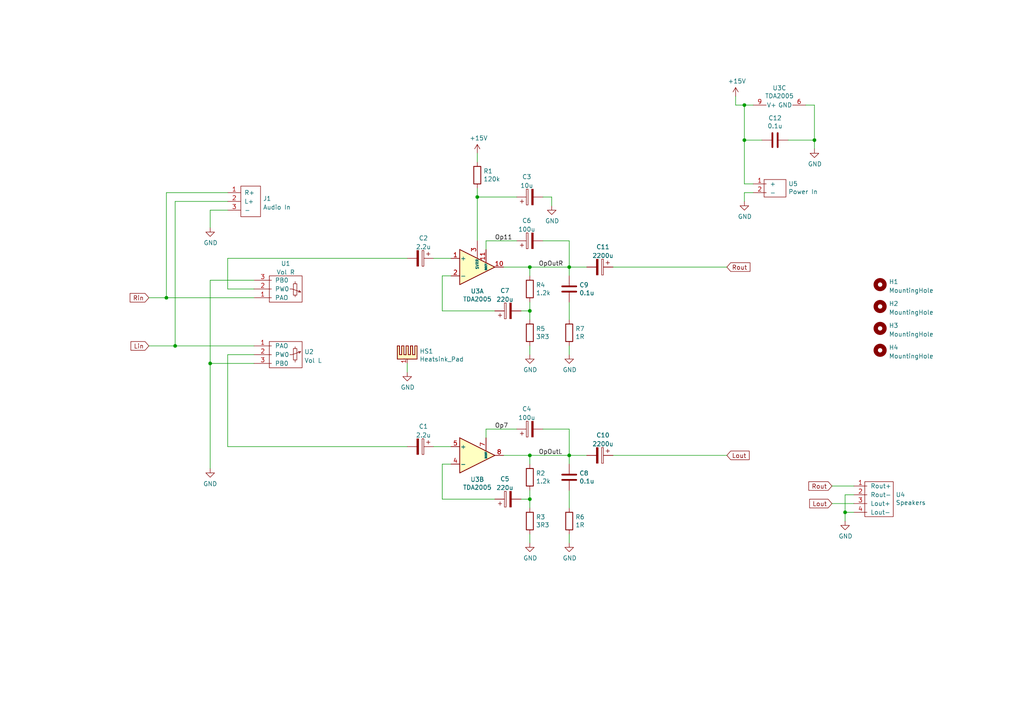
<source format=kicad_sch>
(kicad_sch (version 20230121) (generator eeschema)
  (paper "A4")
  (lib_symbols
    (symbol "Amplifier_Audio:TDA2005" (pin_names (offset 0.127))
      (property "Reference" "U" (at 7.62 6.35 0))
      (property "Value" "TDA2005" (at 7.62 3.81 0))
      (symbol "TDA2005_1_1"
        (polyline (pts (xy -5.08 5.08) (xy 5.08 0) (xy -5.08 -5.08) (xy -5.08 5.08)) (stroke (width 0.254)) (fill (type background)))
        (pin input line (at -7.62 2.54 0) (length 2.54) (name "+") (number "1"))
        (pin output line (at 7.62 0 180) (length 2.54) (name "~") (number "10"))
        (pin passive line (at 2.54 5.08 270) (length 3.81) (name "BOOT") (number "11"))
        (pin input line (at -7.62 -2.54 0) (length 2.54) (name "-") (number "2"))
        (pin passive line (at 0 7.62 270) (length 5.08) (name "SVRR") (number "3"))
      )
      (symbol "TDA2005_2_1"
        (polyline (pts (xy -5.08 5.08) (xy 5.08 0) (xy -5.08 -5.08) (xy -5.08 5.08)) (stroke (width 0.254)) (fill (type background)))
        (pin input line (at -7.62 -2.54 0) (length 2.54) (name "-") (number "4"))
        (pin input line (at -7.62 2.54 0) (length 2.54) (name "+") (number "5"))
        (pin passive line (at 2.54 5.08 270) (length 3.81) (name "BOOT") (number "7"))
        (pin output line (at 7.62 0 180) (length 2.54) (name "~") (number "8"))
      )
      (symbol "TDA2005_3_1"
        (pin power_in line (at -2.54 -7.62 90) (length 3.81) (name "GND") (number "6"))
        (pin power_in line (at -2.54 7.62 270) (length 3.81) (name "V+") (number "9"))
      )
    )
    (symbol "Device:C" (pin_numbers hide) (pin_names (offset 0.254))
      (property "Reference" "C" (at 0.635 2.54 0))
      (property "Value" "C" (at 0.635 -2.54 0))
      (symbol "C_0_1"
        (polyline (pts (xy -2.032 -0.762) (xy 2.032 -0.762)) (stroke (width 0.508)))
        (polyline (pts (xy -2.032 0.762) (xy 2.032 0.762)) (stroke (width 0.508)))
      )
      (symbol "C_1_1"
        (pin passive line (at 0 3.81 270) (length 2.794) (name "~") (number "1"))
        (pin passive line (at 0 -3.81 90) (length 2.794) (name "~") (number "2"))
      )
    )
    (symbol "Device:C_Polarized" (pin_numbers hide) (pin_names (offset 0.254))
      (property "Reference" "C" (at 0.635 2.54 0))
      (property "Value" "C_Polarized" (at 0.635 -2.54 0))
      (symbol "C_Polarized_0_1"
        (rectangle (start -2.286 0.508) (end 2.286 1.016))
        (polyline (pts (xy -1.778 2.286) (xy -0.762 2.286)))
        (polyline (pts (xy -1.27 2.794) (xy -1.27 1.778)))
        (rectangle (start 2.286 -0.508) (end -2.286 -1.016) (fill (type outline)))
      )
      (symbol "C_Polarized_1_1"
        (pin passive line (at 0 3.81 270) (length 2.794) (name "~") (number "1"))
        (pin passive line (at 0 -3.81 90) (length 2.794) (name "~") (number "2"))
      )
    )
    (symbol "Device:R" (pin_numbers hide) (pin_names (offset 0))
      (property "Reference" "R" (at 2.032 0 90))
      (property "Value" "R" (at 0 0 90))
      (symbol "R_0_1"
        (rectangle (start -1.016 -2.54) (end 1.016 2.54) (stroke (width 0.254)))
      )
      (symbol "R_1_1"
        (pin passive line (at 0 3.81 270) (length 1.27) (name "~") (number "1"))
        (pin passive line (at 0 -3.81 90) (length 1.27) (name "~") (number "2"))
      )
    )
    (symbol "Mechanical:Heatsink_Pad" (pin_names (offset 0))
      (property "Reference" "HS" (at 0 5.715 0))
      (property "Value" "Heatsink_Pad" (at 0 3.81 0))
      (symbol "Heatsink_Pad_0_1"
        (polyline (pts (xy -0.3302 0) (xy -0.9652 0) (xy -0.9652 2.54) (xy -1.6002 2.54) (xy -1.6002 0) (xy -2.2352 0) (xy -2.2352 2.54) (xy -2.8702 2.54) (xy -2.8702 -1.27) (xy -0.9652 -1.27)) (stroke (width 0.254)) (fill (type background)))
        (polyline (pts (xy -0.3302 0) (xy -0.3302 2.54) (xy 0.3048 2.54) (xy 0.3048 0) (xy 0.9398 0) (xy 0.9398 2.54) (xy 1.5748 2.54) (xy 1.5748 0) (xy 2.2098 0) (xy 2.2098 2.54) (xy 2.8448 2.54) (xy 2.8448 -1.27) (xy -0.9652 -1.27)) (stroke (width 0.254)) (fill (type background)))
      )
      (symbol "Heatsink_Pad_1_1"
        (pin passive line (at 0 -2.54 90) (length 1.27) (name "~") (number "1"))
      )
    )
    (symbol "Mechanical:MountingHole" (pin_names (offset 1.016))
      (property "Reference" "H" (at 0 5.08 0))
      (property "Value" "MountingHole" (at 0 3.175 0))
      (symbol "MountingHole_0_1"
        (circle (center 0 0) (radius 1.27) (stroke (width 1.27)))
      )
    )
    (symbol "My_Headers:3-pin_Audio" (pin_names (offset 1.016))
      (property "Reference" "J" (at -0.635 6.35 0))
      (property "Value" "3-pin_Audio" (at 2.54 -5.715 0))
      (symbol "3-pin_Audio_0_1"
        (polyline (pts (xy -1.27 4.445) (xy 4.445 4.445) (xy 4.445 -3.81) (xy 4.445 -4.445) (xy -1.27 -4.445) (xy -1.27 4.445)) (stroke (width 0.1524)))
      )
      (symbol "3-pin_Audio_1_1"
        (pin bidirectional line (at -5.08 2.54 0) (length 3.81) (name "R+") (number "1"))
        (pin bidirectional line (at -5.08 0 0) (length 3.81) (name "L+") (number "2"))
        (pin bidirectional line (at -5.08 -2.54 0) (length 3.81) (name "-") (number "3"))
      )
    )
    (symbol "My_Headers:3-pin_potentiometer_output" (pin_names (offset 1.016))
      (property "Reference" "U" (at 5.715 2.54 0))
      (property "Value" "3-pin_potentiometer_output" (at 5.08 -7.62 0))
      (symbol "3-pin_potentiometer_output_0_1"
        (polyline (pts (xy 11.938 -4.064) (xy 11.938 -4.699)))
        (polyline (pts (xy 11.938 -0.254) (xy 11.938 -0.762)))
        (polyline (pts (xy 12.827 -1.651) (xy 12.827 -1.651)))
        (polyline (pts (xy 13.589 -1.651) (xy 13.081 -2.159)))
        (polyline (pts (xy 10.414 -2.54) (xy 11.049 -2.54) (xy 13.589 -1.651) (xy 12.827 -1.651)))
        (polyline (pts (xy 4.445 1.27) (xy 13.97 1.27) (xy 13.97 -6.35) (xy 4.445 -6.35) (xy 4.445 1.27)))
        (polyline (pts (xy 11.43 -0.762) (xy 12.446 -0.762) (xy 12.446 -4.064) (xy 11.43 -4.064) (xy 11.43 -0.762)))
      )
      (symbol "3-pin_potentiometer_output_1_1"
        (pin input line (at 0 0 0) (length 5.08) (name "PAO") (number "1"))
        (pin output line (at 0 -2.54 0) (length 5.08) (name "PW0") (number "2"))
        (pin input line (at 0 -5.08 0) (length 5.08) (name "PB0") (number "3"))
      )
    )
    (symbol "My_Parts:2-pole_power_in_screw_terminal" (pin_names (offset 1.016))
      (property "Reference" "U" (at 4.445 3.175 0))
      (property "Value" "2-pole_power_in_screw_terminal" (at 6.35 -5.715 0))
      (symbol "2-pole_power_in_screw_terminal_0_1"
        (rectangle (start 3.175 1.27) (end 9.525 -3.81))
      )
      (symbol "2-pole_power_in_screw_terminal_1_1"
        (pin power_in line (at 0 0 0) (length 3.81) (name "+") (number "1"))
        (pin power_in line (at 0 -2.54 0) (length 3.81) (name "-") (number "2"))
      )
    )
    (symbol "My_Parts:4-pole_RL-output_screw_terminal" (pin_names (offset 1.016))
      (property "Reference" "U" (at 4.445 3.175 0))
      (property "Value" "4-pole_RL-output_screw_terminal" (at 6.35 -10.795 0))
      (symbol "4-pole_RL-output_screw_terminal_0_1"
        (rectangle (start 3.175 1.27) (end 11.43 -8.89))
      )
      (symbol "4-pole_RL-output_screw_terminal_1_1"
        (pin output line (at 0 0 0) (length 3.81) (name "Rout+") (number "1"))
        (pin output line (at 0 -2.54 0) (length 3.81) (name "Rout-") (number "2"))
        (pin output line (at 0 -5.08 0) (length 3.81) (name "Lout+") (number "3"))
        (pin output line (at 0 -7.62 0) (length 3.81) (name "Lout-") (number "4"))
      )
    )
    (symbol "power:+15V" (power) (pin_names (offset 0))
      (property "Value" "+15V" (at 0 3.556 0))
      (symbol "+15V_0_1"
        (polyline (pts (xy -0.762 1.27) (xy 0 2.54)))
        (polyline (pts (xy 0 0) (xy 0 2.54)))
        (polyline (pts (xy 0 2.54) (xy 0.762 1.27)))
      )
      (symbol "+15V_1_1"
        (pin power_in line (at 0 0 90) (length 0) hide (name "+15V") (number "1"))
      )
    )
    (symbol "power:GND" (power) (pin_names (offset 0))
      (property "Value" "GND" (at 0 -3.81 0))
      (symbol "GND_0_1"
        (polyline (pts (xy 0 0) (xy 0 -1.27) (xy 1.27 -1.27) (xy 0 -2.54) (xy -1.27 -1.27) (xy 0 -1.27)))
      )
      (symbol "GND_1_1"
        (pin power_in line (at 0 0 270) (length 0) hide (name "GND") (number "1"))
      )
    )
  )
  (junction (at 215.9 40.64))
  (junction (at 165.1 132.08))
  (junction (at 153.67 77.47))
  (junction (at 60.96 105.41))
  (junction (at 215.9 30.48))
  (junction (at 236.22 40.64))
  (junction (at 48.26 86.36))
  (junction (at 153.67 132.08))
  (junction (at 245.11 148.59))
  (junction (at 153.67 90.17))
  (junction (at 50.8 100.33))
  (junction (at 138.43 57.15))
  (junction (at 165.1 77.47))
  (junction (at 153.67 144.78))
  (wire (pts (xy 177.8 132.08) (xy 210.82 132.08)))
  (wire (pts (xy 165.1 100.33) (xy 165.1 102.87)))
  (wire (pts (xy 236.22 40.64) (xy 228.6 40.64)))
  (wire (pts (xy 66.04 129.54) (xy 118.11 129.54)))
  (wire (pts (xy 153.67 77.47) (xy 153.67 80.01)))
  (wire (pts (xy 60.96 105.41) (xy 60.96 135.89)))
  (wire (pts (xy 165.1 77.47) (xy 165.1 80.01)))
  (wire (pts (xy 138.43 69.85) (xy 138.43 57.15)))
  (wire (pts (xy 153.67 87.63) (xy 153.67 90.17)))
  (wire (pts (xy 73.66 81.28) (xy 60.96 81.28)))
  (wire (pts (xy 66.04 83.82) (xy 73.66 83.82)))
  (wire (pts (xy 153.67 157.48) (xy 153.67 154.94)))
  (wire (pts (xy 165.1 69.85) (xy 165.1 77.47)))
  (wire (pts (xy 213.36 30.48) (xy 213.36 27.94)))
  (wire (pts (xy 66.04 60.96) (xy 60.96 60.96)))
  (wire (pts (xy 165.1 87.63) (xy 165.1 92.71)))
  (wire (pts (xy 165.1 154.94) (xy 165.1 157.48)))
  (wire (pts (xy 165.1 124.46) (xy 165.1 132.08)))
  (wire (pts (xy 50.8 100.33) (xy 43.18 100.33)))
  (wire (pts (xy 218.44 55.88) (xy 215.9 55.88)))
  (wire (pts (xy 66.04 74.93) (xy 118.11 74.93)))
  (wire (pts (xy 177.8 77.47) (xy 210.82 77.47)))
  (wire (pts (xy 153.67 102.87) (xy 153.67 100.33)))
  (wire (pts (xy 143.51 90.17) (xy 128.27 90.17)))
  (wire (pts (xy 50.8 100.33) (xy 73.66 100.33)))
  (wire (pts (xy 50.8 58.42) (xy 66.04 58.42)))
  (wire (pts (xy 48.26 55.88) (xy 66.04 55.88)))
  (wire (pts (xy 130.81 74.93) (xy 125.73 74.93)))
  (wire (pts (xy 215.9 53.34) (xy 218.44 53.34)))
  (wire (pts (xy 215.9 30.48) (xy 215.9 40.64)))
  (wire (pts (xy 50.8 58.42) (xy 50.8 100.33)))
  (wire (pts (xy 157.48 69.85) (xy 165.1 69.85)))
  (wire (pts (xy 241.3 146.05) (xy 247.65 146.05)))
  (wire (pts (xy 233.68 30.48) (xy 236.22 30.48)))
  (wire (pts (xy 140.97 124.46) (xy 149.86 124.46)))
  (wire (pts (xy 153.67 77.47) (xy 165.1 77.47)))
  (wire (pts (xy 143.51 144.78) (xy 128.27 144.78)))
  (wire (pts (xy 153.67 142.24) (xy 153.67 144.78)))
  (wire (pts (xy 245.11 143.51) (xy 245.11 148.59)))
  (wire (pts (xy 165.1 142.24) (xy 165.1 147.32)))
  (wire (pts (xy 128.27 144.78) (xy 128.27 134.62)))
  (wire (pts (xy 48.26 55.88) (xy 48.26 86.36)))
  (wire (pts (xy 151.13 90.17) (xy 153.67 90.17)))
  (wire (pts (xy 140.97 124.46) (xy 140.97 127)))
  (wire (pts (xy 241.3 140.97) (xy 247.65 140.97)))
  (wire (pts (xy 247.65 143.51) (xy 245.11 143.51)))
  (wire (pts (xy 165.1 77.47) (xy 170.18 77.47)))
  (wire (pts (xy 128.27 90.17) (xy 128.27 80.01)))
  (wire (pts (xy 66.04 74.93) (xy 66.04 83.82)))
  (wire (pts (xy 60.96 81.28) (xy 60.96 105.41)))
  (wire (pts (xy 118.11 105.41) (xy 118.11 107.95)))
  (wire (pts (xy 153.67 90.17) (xy 153.67 92.71)))
  (wire (pts (xy 60.96 60.96) (xy 60.96 66.04)))
  (wire (pts (xy 151.13 144.78) (xy 153.67 144.78)))
  (wire (pts (xy 153.67 132.08) (xy 153.67 134.62)))
  (wire (pts (xy 236.22 40.64) (xy 236.22 43.18)))
  (wire (pts (xy 165.1 132.08) (xy 170.18 132.08)))
  (wire (pts (xy 157.48 57.15) (xy 160.02 57.15)))
  (wire (pts (xy 215.9 55.88) (xy 215.9 58.42)))
  (wire (pts (xy 130.81 129.54) (xy 125.73 129.54)))
  (wire (pts (xy 66.04 129.54) (xy 66.04 102.87)))
  (wire (pts (xy 66.04 102.87) (xy 73.66 102.87)))
  (wire (pts (xy 236.22 30.48) (xy 236.22 40.64)))
  (wire (pts (xy 128.27 80.01) (xy 130.81 80.01)))
  (wire (pts (xy 138.43 57.15) (xy 138.43 54.61)))
  (wire (pts (xy 245.11 148.59) (xy 247.65 148.59)))
  (wire (pts (xy 48.26 86.36) (xy 43.18 86.36)))
  (wire (pts (xy 48.26 86.36) (xy 73.66 86.36)))
  (wire (pts (xy 146.05 132.08) (xy 153.67 132.08)))
  (wire (pts (xy 60.96 105.41) (xy 73.66 105.41)))
  (wire (pts (xy 218.44 30.48) (xy 215.9 30.48)))
  (wire (pts (xy 160.02 57.15) (xy 160.02 59.69)))
  (wire (pts (xy 157.48 124.46) (xy 165.1 124.46)))
  (wire (pts (xy 138.43 46.99) (xy 138.43 44.45)))
  (wire (pts (xy 165.1 132.08) (xy 165.1 134.62)))
  (wire (pts (xy 128.27 134.62) (xy 130.81 134.62)))
  (wire (pts (xy 140.97 69.85) (xy 149.86 69.85)))
  (wire (pts (xy 215.9 40.64) (xy 220.98 40.64)))
  (wire (pts (xy 146.05 77.47) (xy 153.67 77.47)))
  (wire (pts (xy 215.9 30.48) (xy 213.36 30.48)))
  (wire (pts (xy 245.11 148.59) (xy 245.11 151.13)))
  (wire (pts (xy 215.9 40.64) (xy 215.9 53.34)))
  (wire (pts (xy 153.67 144.78) (xy 153.67 147.32)))
  (wire (pts (xy 140.97 72.39) (xy 140.97 69.85)))
  (wire (pts (xy 153.67 132.08) (xy 165.1 132.08)))
  (wire (pts (xy 138.43 57.15) (xy 149.86 57.15)))
  (label "Op11" (at 143.51 69.85 0))
  (label "OpOutL" (at 156.21 132.08 0))
  (label "Op7" (at 143.51 124.46 0))
  (label "OpOutR" (at 156.21 77.47 0))
  (global_label "Lin" (shape input) (at 43.18 100.33 180) (property "Intersheetrefs" "${INTERSHEET_REFS}" (effects hide)))
  (global_label "Lout" (shape input) (at 241.3 146.05 180) (property "Intersheetrefs" "${INTERSHEET_REFS}" (effects hide)))
  (global_label "Rout" (shape input) (at 241.3 140.97 180) (property "Intersheetrefs" "${INTERSHEET_REFS}" (effects hide)))
  (global_label "Rout" (shape input) (at 210.82 77.47 0) (property "Intersheetrefs" "${INTERSHEET_REFS}" (effects hide)))
  (global_label "Lout" (shape input) (at 210.82 132.08 0) (property "Intersheetrefs" "${INTERSHEET_REFS}" (effects hide)))
  (global_label "Rin" (shape input) (at 43.18 86.36 180) (property "Intersheetrefs" "${INTERSHEET_REFS}" (effects hide)))
  (symbol (lib_id "Amplifier_Audio:TDA2005") (at 138.43 77.47 0) (unit 1)
    (property "Reference" "U3" (at 138.43 84.455 0))
    (property "Value" "TDA2005" (at 138.43 86.7664 0))
    (property "Footprint" "My_Misc:TO-220-11_P3.4x5.08mm_StaggerOdd_Lead4.85mm_Vertical_large" (effects hide))
    (property "Datasheet" "http://www.st.com/resource/en/datasheet/cd00000124.pdf" (effects hide))
  )
  (symbol (lib_id "Amplifier_Audio:TDA2005") (at 138.43 132.08 0) (unit 2)
    (property "Reference" "U3" (at 138.43 139.065 0))
    (property "Value" "TDA2005" (at 138.43 141.3764 0))
    (property "Footprint" "My_Misc:TO-220-11_P3.4x5.08mm_StaggerOdd_Lead4.85mm_Vertical_large" (effects hide))
    (property "Datasheet" "http://www.st.com/resource/en/datasheet/cd00000124.pdf" (effects hide))
  )
  (symbol (lib_id "Amplifier_Audio:TDA2005") (at 226.06 27.94 90) (unit 3)
    (property "Reference" "U3" (at 226.06 25.527 90))
    (property "Value" "TDA2005" (at 226.06 27.8384 90))
    (property "Footprint" "My_Misc:TO-220-11_P3.4x5.08mm_StaggerOdd_Lead4.85mm_Vertical_large" (effects hide))
    (property "Datasheet" "http://www.st.com/resource/en/datasheet/cd00000124.pdf" (effects hide))
  )
  (symbol (lib_id "Device:R") (at 153.67 83.82 0) (unit 1)
    (property "Reference" "R4" (at 155.448 82.6516 0) (effects (justify left)))
    (property "Value" "1.2k" (at 155.448 84.963 0) (effects (justify left)))
    (property "Footprint" "My_Misc:R_Axial_DIN0414_L11.9mm_D4.5mm_P15.24mm_Horizontal_larger" (effects hide))
  )
  (symbol (lib_id "Device:R") (at 153.67 96.52 0) (unit 1)
    (property "Reference" "R5" (at 155.448 95.3516 0) (effects (justify left)))
    (property "Value" "3R3" (at 155.448 97.663 0) (effects (justify left)))
    (property "Footprint" "My_Misc:R_Axial_DIN0414_L11.9mm_D4.5mm_P15.24mm_Horizontal_larger" (effects hide))
  )
  (symbol (lib_id "power:GND") (at 153.67 102.87 0) (unit 1)
    (property "Reference" "#PWR0108" (effects hide))
    (property "Value" "GND" (at 153.797 107.2642 0))
  )
  (symbol (lib_id "Device:C") (at 165.1 83.82 0) (unit 1)
    (property "Reference" "C9" (at 168.021 82.6516 0) (effects (justify left)))
    (property "Value" "0.1u" (at 168.021 84.963 0) (effects (justify left)))
    (property "Footprint" "My_Misc:C_Disc_D7.5mm_W2.5mm_P5.00mm_larger" (effects hide))
  )
  (symbol (lib_id "Device:R") (at 165.1 96.52 0) (unit 1)
    (property "Reference" "R7" (at 166.878 95.3516 0) (effects (justify left)))
    (property "Value" "1R" (at 166.878 97.663 0) (effects (justify left)))
    (property "Footprint" "My_Misc:R_Axial_DIN0414_L11.9mm_D4.5mm_P15.24mm_Horizontal_larger" (effects hide))
  )
  (symbol (lib_id "power:GND") (at 165.1 102.87 0) (unit 1)
    (property "Reference" "#PWR0107" (effects hide))
    (property "Value" "GND" (at 165.227 107.2642 0))
  )
  (symbol (lib_id "power:GND") (at 160.02 59.69 0) (unit 1)
    (property "Reference" "#PWR0112" (effects hide))
    (property "Value" "GND" (at 160.147 64.0842 0))
  )
  (symbol (lib_id "Device:R") (at 138.43 50.8 0) (unit 1)
    (property "Reference" "R1" (at 140.208 49.6316 0) (effects (justify left)))
    (property "Value" "120k" (at 140.208 51.943 0) (effects (justify left)))
    (property "Footprint" "My_Misc:R_Axial_DIN0414_L11.9mm_D4.5mm_P15.24mm_Horizontal_larger" (effects hide))
  )
  (symbol (lib_id "power:+15V") (at 138.43 44.45 0) (unit 1)
    (property "Reference" "#PWR0113" (effects hide))
    (property "Value" "+15V" (at 138.811 40.0558 0))
  )
  (symbol (lib_id "Device:C") (at 224.79 40.64 270) (unit 1)
    (property "Reference" "C12" (at 224.79 34.2392 90))
    (property "Value" "0.1u" (at 224.79 36.5506 90))
    (property "Footprint" "My_Misc:C_Disc_D7.5mm_W2.5mm_P5.00mm_larger" (effects hide))
  )
  (symbol (lib_id "power:GND") (at 236.22 43.18 0) (unit 1)
    (property "Reference" "#PWR0102" (effects hide))
    (property "Value" "GND" (at 236.347 47.5742 0))
  )
  (symbol (lib_id "power:+15V") (at 213.36 27.94 0) (unit 1)
    (property "Reference" "#PWR0103" (effects hide))
    (property "Value" "+15V" (at 213.741 23.5458 0))
  )
  (symbol (lib_id "Device:R") (at 153.67 138.43 0) (unit 1)
    (property "Reference" "R2" (at 155.448 137.2616 0) (effects (justify left)))
    (property "Value" "1.2k" (at 155.448 139.573 0) (effects (justify left)))
    (property "Footprint" "My_Misc:R_Axial_DIN0414_L11.9mm_D4.5mm_P15.24mm_Horizontal_larger" (effects hide))
  )
  (symbol (lib_id "Device:R") (at 153.67 151.13 0) (unit 1)
    (property "Reference" "R3" (at 155.448 149.9616 0) (effects (justify left)))
    (property "Value" "3R3" (at 155.448 152.273 0) (effects (justify left)))
    (property "Footprint" "My_Misc:R_Axial_DIN0414_L11.9mm_D4.5mm_P15.24mm_Horizontal_larger" (effects hide))
  )
  (symbol (lib_id "power:GND") (at 153.67 157.48 0) (unit 1)
    (property "Reference" "#PWR0111" (effects hide))
    (property "Value" "GND" (at 153.797 161.8742 0))
  )
  (symbol (lib_id "Device:C") (at 165.1 138.43 0) (unit 1)
    (property "Reference" "C8" (at 168.021 137.2616 0) (effects (justify left)))
    (property "Value" "0.1u" (at 168.021 139.573 0) (effects (justify left)))
    (property "Footprint" "My_Misc:C_Disc_D7.5mm_W2.5mm_P5.00mm_larger" (effects hide))
  )
  (symbol (lib_id "Device:R") (at 165.1 151.13 0) (unit 1)
    (property "Reference" "R6" (at 166.878 149.9616 0) (effects (justify left)))
    (property "Value" "1R" (at 166.878 152.273 0) (effects (justify left)))
    (property "Footprint" "My_Misc:R_Axial_DIN0414_L11.9mm_D4.5mm_P15.24mm_Horizontal_larger" (effects hide))
  )
  (symbol (lib_id "power:GND") (at 165.1 157.48 0) (unit 1)
    (property "Reference" "#PWR0110" (effects hide))
    (property "Value" "GND" (at 165.227 161.8742 0))
  )
  (symbol (lib_id "My_Parts:2-pole_power_in_screw_terminal") (at 218.44 53.34 0) (unit 1)
    (property "Reference" "U5" (at 228.6508 53.3146 0) (effects (justify left)))
    (property "Value" "Power In" (at 228.6508 55.626 0) (effects (justify left)))
    (property "Footprint" "My_Parts:2-pole_power_in_screw_terminal" (effects hide))
  )
  (symbol (lib_id "power:GND") (at 215.9 58.42 0) (unit 1)
    (property "Reference" "#PWR0101" (effects hide))
    (property "Value" "GND" (at 216.027 62.8142 0))
  )
  (symbol (lib_id "My_Parts:4-pole_RL-output_screw_terminal") (at 247.65 140.97 0) (unit 1)
    (property "Reference" "U4" (at 259.7912 143.4846 0) (effects (justify left)))
    (property "Value" "Speakers" (at 259.7912 145.796 0) (effects (justify left)))
    (property "Footprint" "My_Parts:4-pole_screw_terminal_RL_output" (effects hide))
  )
  (symbol (lib_id "power:GND") (at 245.11 151.13 0) (unit 1)
    (property "Reference" "#PWR0109" (effects hide))
    (property "Value" "GND" (at 245.237 155.5242 0))
  )
  (symbol (lib_id "power:GND") (at 60.96 66.04 0) (unit 1)
    (property "Reference" "#PWR0104" (effects hide))
    (property "Value" "GND" (at 61.087 70.4342 0))
  )
  (symbol (lib_id "Mechanical:Heatsink_Pad") (at 118.11 102.87 0) (unit 1)
    (property "Reference" "HS1" (at 121.6914 101.8794 0) (effects (justify left)))
    (property "Value" "Heatsink_Pad" (at 121.6914 104.1908 0) (effects (justify left)))
    (property "Footprint" "My_Heatsinks:EK-41002859" (effects hide))
  )
  (symbol (lib_id "power:GND") (at 118.11 107.95 0) (unit 1)
    (property "Reference" "#PWR0105" (effects hide))
    (property "Value" "GND" (at 118.237 112.3442 0))
  )
  (symbol (lib_id "Device:C_Polarized") (at 121.92 129.54 270) (unit 1)
    (property "Reference" "C1" (at 122.809 123.6812 90))
    (property "Value" "2.2u" (at 122.809 126.2181 90))
    (property "Footprint" "My_Misc:CP_Radial_D5.0mm_P2.00mm_larger" (effects hide))
  )
  (symbol (lib_id "Device:C_Polarized") (at 153.67 69.85 90) (unit 1)
    (property "Reference" "C6" (at 152.781 63.9912 90))
    (property "Value" "100u" (at 152.781 66.5281 90))
    (property "Footprint" "My_Misc:CP_Radial_D5.0mm_P2.50mm_larger_pads" (effects hide))
  )
  (symbol (lib_id "Mechanical:MountingHole") (at 255.27 101.6 0) (unit 1)
    (property "Reference" "H4" (at 257.81 100.7653 0) (effects (justify left)))
    (property "Value" "MountingHole" (at 257.81 103.3022 0) (effects (justify left)))
    (property "Footprint" "MountingHole:MountingHole_3.2mm_M3" (effects hide))
  )
  (symbol (lib_id "My_Headers:3-pin_Audio") (at 71.12 58.42 0) (unit 1)
    (property "Reference" "J1" (at 76.2762 57.5853 0) (effects (justify left)))
    (property "Value" "Audio In" (at 76.2762 60.1222 0) (effects (justify left)))
    (property "Footprint" "My_Headers:3-pin JST Audio" (effects hide))
  )
  (symbol (lib_id "Mechanical:MountingHole") (at 255.27 88.9 0) (unit 1)
    (property "Reference" "H2" (at 257.81 88.0653 0) (effects (justify left)))
    (property "Value" "MountingHole" (at 257.81 90.6022 0) (effects (justify left)))
    (property "Footprint" "MountingHole:MountingHole_3.2mm_M3" (effects hide))
  )
  (symbol (lib_id "Device:C_Polarized") (at 173.99 132.08 270) (unit 1)
    (property "Reference" "C10" (at 174.879 126.2212 90))
    (property "Value" "2200u" (at 174.879 128.7581 90))
    (property "Footprint" "My_Misc:CP_Radial_D13.0mm_P5.00mm_larger" (effects hide))
  )
  (symbol (lib_id "Device:C_Polarized") (at 147.32 90.17 90) (unit 1)
    (property "Reference" "C7" (at 146.431 84.3112 90))
    (property "Value" "220u" (at 146.431 86.8481 90))
    (property "Footprint" "My_Misc:CP_Radial_D8.0mm_P3.50mm_large" (effects hide))
  )
  (symbol (lib_id "Device:C_Polarized") (at 147.32 144.78 90) (unit 1)
    (property "Reference" "C5" (at 146.431 138.9212 90))
    (property "Value" "220u" (at 146.431 141.4581 90))
    (property "Footprint" "My_Misc:CP_Radial_D8.0mm_P3.50mm_large" (effects hide))
  )
  (symbol (lib_id "power:GND") (at 60.96 135.89 0) (unit 1)
    (property "Reference" "#PWR0106" (effects hide))
    (property "Value" "GND" (at 60.96 140.3334 0))
  )
  (symbol (lib_id "Device:C_Polarized") (at 173.99 77.47 270) (unit 1)
    (property "Reference" "C11" (at 174.879 71.6112 90))
    (property "Value" "2200u" (at 174.879 74.1481 90))
    (property "Footprint" "My_Misc:CP_Radial_D13.0mm_P5.00mm_larger" (effects hide))
  )
  (symbol (lib_id "Device:C_Polarized") (at 153.67 57.15 90) (unit 1)
    (property "Reference" "C3" (at 152.781 51.2912 90))
    (property "Value" "10u" (at 152.781 53.8281 90))
    (property "Footprint" "My_Misc:CP_Radial_D5.0mm_P2.00mm_larger" (effects hide))
  )
  (symbol (lib_id "Mechanical:MountingHole") (at 255.27 82.55 0) (unit 1)
    (property "Reference" "H1" (at 257.81 81.7153 0) (effects (justify left)))
    (property "Value" "MountingHole" (at 257.81 84.2522 0) (effects (justify left)))
    (property "Footprint" "MountingHole:MountingHole_3.2mm_M3" (effects hide))
  )
  (symbol (lib_id "Device:C_Polarized") (at 153.67 124.46 90) (unit 1)
    (property "Reference" "C4" (at 152.781 118.6012 90))
    (property "Value" "100u" (at 152.781 121.1381 90))
    (property "Footprint" "My_Misc:CP_Radial_D5.0mm_P2.50mm_larger_pads" (effects hide))
  )
  (symbol (lib_id "Device:C_Polarized") (at 121.92 74.93 270) (unit 1)
    (property "Reference" "C2" (at 122.809 69.0712 90))
    (property "Value" "2.2u" (at 122.809 71.6081 90))
    (property "Footprint" "My_Misc:CP_Radial_D5.0mm_P2.00mm_larger" (effects hide))
  )
  (symbol (lib_id "Mechanical:MountingHole") (at 255.27 95.25 0) (unit 1)
    (property "Reference" "H3" (at 257.81 94.4153 0) (effects (justify left)))
    (property "Value" "MountingHole" (at 257.81 96.9522 0) (effects (justify left)))
    (property "Footprint" "MountingHole:MountingHole_3.2mm_M3" (effects hide))
  )
  (symbol (lib_id "My_Headers:3-pin_potentiometer_output") (at 73.66 100.33 0) (unit 1)
    (property "Reference" "U2" (at 88.265 102.0353 0) (effects (justify left)))
    (property "Value" "Vol L" (at 88.265 104.5722 0) (effects (justify left)))
    (property "Footprint" "My_Headers:3-pin JST Potentiometer" (effects hide))
  )
  (symbol (lib_id "My_Headers:3-pin_potentiometer_output") (at 73.66 86.36 0) (mirror x) (unit 1)
    (property "Reference" "U1" (at 82.8675 76.4372 0))
    (property "Value" "Vol R" (at 82.8675 78.9741 0))
    (property "Footprint" "My_Headers:3-pin JST Potentiometer" (effects hide))
  )
)
</source>
